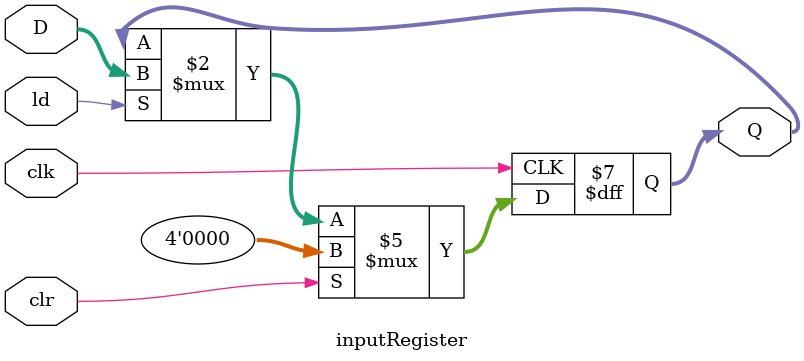
<source format=v>
`timescale 1ns / 1ps

module inputRegister(ld, clr, clk, D, Q);
//inputs
input clr, clk, ld;
input [3:0] D;
//outputs
output reg [3:0] Q;

//Fired on CLK
always @ (posedge clk)
       //if clear is on, them output is 0
    if(clr)
        Q <= 0;
        //if Load/ld is on, then the output will be the input
    else if(ld)
        Q <= D;
    
endmodule

</source>
